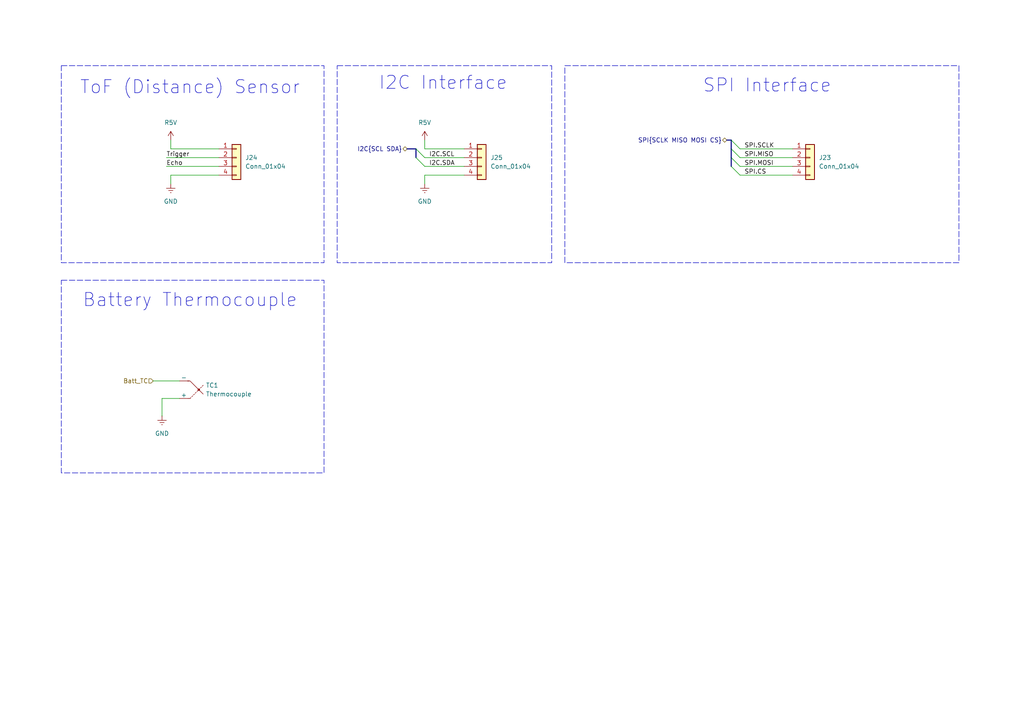
<source format=kicad_sch>
(kicad_sch (version 20231120) (generator "eeschema") (generator_version "8.0")
  (paper "A4")
  (title_block (title "MoP - Sensors") (rev "0") (comment 1 "Nigel Sinclair"))
  (lib_symbols
    (symbol "Connector_Generic:Conn_01x04" (pin_names (offset 1.016) hide)
      (property "Reference" "J" (at 0 5.08 0))
      (property "Value" "Conn_01x04" (at 0 -7.62 0))
      (symbol "Conn_01x04_1_1"
        (rectangle (start -1.27 -4.953) (end 0 -5.207) (stroke (width 0.1524)))
        (rectangle (start -1.27 -2.413) (end 0 -2.667) (stroke (width 0.1524)))
        (rectangle (start -1.27 0.127) (end 0 -0.127) (stroke (width 0.1524)))
        (rectangle (start -1.27 2.667) (end 0 2.413) (stroke (width 0.1524)))
        (rectangle (start -1.27 3.81) (end 1.27 -6.35) (stroke (width 0.254)) (fill (type background)))
        (pin passive line (at -5.08 2.54 0) (length 3.81) (name "Pin_1") (number "1"))
        (pin passive line (at -5.08 0 0) (length 3.81) (name "Pin_2") (number "2"))
        (pin passive line (at -5.08 -2.54 0) (length 3.81) (name "Pin_3") (number "3"))
        (pin passive line (at -5.08 -5.08 0) (length 3.81) (name "Pin_4") (number "4"))
      )
    )
    (symbol "Device:Thermocouple" (pin_numbers hide) (pin_names (offset 0))
      (property "Reference" "TC" (at -3.048 3.81 0))
      (property "Value" "Thermocouple" (at -5.08 -4.064 0))
      (symbol "Thermocouple_0_1"
        (circle (center -3.048 0) (radius 0.254) (fill (type outline)))
        (polyline (pts (xy -4.064 -1.016) (xy -4.318 -1.27)))
        (polyline (pts (xy -3.556 -0.508) (xy -3.81 -0.762)))
        (polyline (pts (xy -3.048 0) (xy -3.302 -0.254)))
        (polyline (pts (xy -2.54 0.508) (xy -2.794 0.254)))
        (polyline (pts (xy -2.032 1.016) (xy -2.286 0.762)))
        (polyline (pts (xy -1.524 1.524) (xy -1.778 1.27)))
        (polyline (pts (xy -1.016 2.032) (xy -1.27 1.778)))
        (polyline (pts (xy -0.508 2.54) (xy -0.762 2.286)))
        (polyline (pts (xy 0 -2.54) (xy -0.254 -2.54)))
        (polyline (pts (xy 0 2.54) (xy -0.508 2.54)))
        (polyline (pts (xy 0.254 -2.54) (xy -0.508 -2.54) (xy -4.318 1.27)))
      )
      (symbol "Thermocouple_1_1"
        (pin passive line (at 2.54 2.54 180) (length 2.54) (name "+") (number "1"))
        (pin passive line (at 2.54 -2.54 180) (length 2.54) (name "-") (number "2"))
      )
    )
    (symbol "Nigels_Library:R5V" (power) (pin_numbers hide) (pin_names (offset 0) hide)
      (property "Value" "R5V" (at 0 5.08 0))
      (symbol "R5V_0_1"
        (polyline (pts (xy -0.762 1.27) (xy 0 2.54)))
        (polyline (pts (xy 0 0) (xy 0 2.54)))
        (polyline (pts (xy 0 2.54) (xy 0.762 1.27)))
      )
      (symbol "R5V_1_1"
        (pin power_in line (at 0 0 90) (length 0) (name "~") (number "1"))
      )
    )
    (symbol "power:GNDREF" (power) (pin_numbers hide) (pin_names (offset 0) hide)
      (property "Value" "GNDREF" (at 0 -3.81 0))
      (symbol "GNDREF_0_1"
        (polyline (pts (xy -0.635 -1.905) (xy 0.635 -1.905)))
        (polyline (pts (xy -0.127 -2.54) (xy 0.127 -2.54)))
        (polyline (pts (xy 0 -1.27) (xy 0 0)))
        (polyline (pts (xy 1.27 -1.27) (xy -1.27 -1.27)))
      )
      (symbol "GNDREF_1_1"
        (pin power_in line (at 0 0 270) (length 0) (name "~") (number "1"))
      )
    )
  )
  (bus_entry (at 120.65 45.72) (size 2.54 2.54))
  (bus_entry (at 212.09 40.64) (size 2.54 2.54))
  (bus_entry (at 120.65 43.18) (size 2.54 2.54))
  (bus_entry (at 212.09 48.26) (size 2.54 2.54))
  (bus_entry (at 212.09 45.72) (size 2.54 2.54))
  (bus_entry (at 212.09 43.18) (size 2.54 2.54))
  (wire (pts (xy 214.63 48.26) (xy 229.87 48.26)))
  (wire (pts (xy 48.26 45.72) (xy 63.5 45.72)))
  (bus (pts (xy 120.65 43.18) (xy 120.65 45.72)))
  (wire (pts (xy 123.19 53.34) (xy 123.19 50.8)))
  (wire (pts (xy 123.19 48.26) (xy 134.62 48.26)))
  (bus (pts (xy 210.82 40.64) (xy 212.09 40.64)))
  (wire (pts (xy 49.53 50.8) (xy 63.5 50.8)))
  (bus (pts (xy 212.09 45.72) (xy 212.09 48.26)))
  (wire (pts (xy 123.19 43.18) (xy 134.62 43.18)))
  (wire (pts (xy 214.63 45.72) (xy 229.87 45.72)))
  (wire (pts (xy 49.53 53.34) (xy 49.53 50.8)))
  (wire (pts (xy 46.99 115.57) (xy 46.99 120.65)))
  (wire (pts (xy 214.63 50.8) (xy 229.87 50.8)))
  (wire (pts (xy 49.53 43.18) (xy 63.5 43.18)))
  (wire (pts (xy 123.19 50.8) (xy 134.62 50.8)))
  (wire (pts (xy 44.45 110.49) (xy 52.07 110.49)))
  (bus (pts (xy 118.11 43.18) (xy 120.65 43.18)))
  (wire (pts (xy 123.19 45.72) (xy 134.62 45.72)))
  (wire (pts (xy 214.63 43.18) (xy 229.87 43.18)))
  (wire (pts (xy 52.07 115.57) (xy 46.99 115.57)))
  (bus (pts (xy 212.09 43.18) (xy 212.09 45.72)))
  (wire (pts (xy 49.53 40.64) (xy 49.53 43.18)))
  (bus (pts (xy 212.09 40.64) (xy 212.09 43.18)))
  (wire (pts (xy 123.19 40.64) (xy 123.19 43.18)))
  (wire (pts (xy 48.26 48.26) (xy 63.5 48.26)))
  (rectangle (start 97.79 19.05) (end 160.02 76.2) (stroke (width 0) (type dash)))
  (rectangle (start 17.78 19.05) (end 93.98 76.2) (stroke (width 0) (type dash)))
  (rectangle (start 163.83 19.05) (end 278.13 76.2) (stroke (width 0) (type dash)))
  (rectangle (start 17.78 81.28) (end 93.98 137.16) (stroke (width 0) (type dash)))
  (text "ToF (Distance) Sensor" (at 55.118 25.4 0) (effects (font (size 3.8 3.8))))
  (text "I2C Interface" (at 128.524 24.13 0) (effects (font (size 3.8 3.8))))
  (text "SPI Interface" (at 222.504 24.892 0) (effects (font (size 3.8 3.8))))
  (text "Battery Thermocouple" (at 55.118 87.122 0) (effects (font (size 3.8 3.8))))
  (label "Echo" (at 48.26 48.26 0))
  (label "Trigger" (at 48.26 45.72 0))
  (label "SPI.MISO" (at 215.9 45.72 0))
  (label "I2C.SCL" (at 124.46 45.72 0))
  (label "I2C.SDA" (at 124.46 48.26 0))
  (label "SPI.MOSI" (at 215.9 48.26 0))
  (label "SPI.CS" (at 215.9 50.8 0))
  (label "SPI.SCLK" (at 215.9 43.18 0))
  (hierarchical_label "SPI{SCLK MISO MOSI CS}" (shape bidirectional) (at 210.82 40.64 180))
  (hierarchical_label "I2C{SCL SDA}" (shape bidirectional) (at 118.11 43.18 180))
  (hierarchical_label "Batt_TC" (shape input) (at 44.45 110.49 180))
  (symbol (lib_id "Connector_Generic:Conn_01x04") (at 68.58 45.72 0) (unit 1)
    (property "Reference" "J24" (at 71.12 45.7199 0) (effects (justify left)))
    (property "Value" "Conn_01x04" (at 71.12 48.2599 0) (effects (justify left)))
    (property "Description" "Generic connector, single row, 01x04, script generated (kicad-library-utils/schlib/autogen/connector/)" (effects (hide yes)))
  )
  (symbol (lib_id "Connector_Generic:Conn_01x04") (at 139.7 45.72 0) (unit 1)
    (property "Reference" "J25" (at 142.24 45.7199 0) (effects (justify left)))
    (property "Value" "Conn_01x04" (at 142.24 48.2599 0) (effects (justify left)))
    (property "Description" "Generic connector, single row, 01x04, script generated (kicad-library-utils/schlib/autogen/connector/)" (effects (hide yes)))
  )
  (symbol (lib_id "Connector_Generic:Conn_01x04") (at 234.95 45.72 0) (unit 1)
    (property "Reference" "J23" (at 237.49 45.7199 0) (effects (justify left)))
    (property "Value" "Conn_01x04" (at 237.49 48.2599 0) (effects (justify left)))
    (property "Description" "Generic connector, single row, 01x04, script generated (kicad-library-utils/schlib/autogen/connector/)" (effects (hide yes)))
  )
  (symbol (lib_id "power:GNDREF") (at 49.53 53.34 0) (unit 1)
    (property "Reference" "#PWR041" (effects (hide yes)))
    (property "Value" "GND" (at 49.53 58.42 0))
    (property "Description" "Power symbol creates a global label with name \"GNDREF\" , reference supply ground" (effects (hide yes)))
  )
  (symbol (lib_id "Nigels_Library:R5V") (at 123.19 40.64 0) (unit 1)
    (property "Reference" "#PWR043" (effects (hide yes)))
    (property "Value" "R5V" (at 123.19 35.56 0))
    (property "Description" "Power symbol creates a global label with name \"R5V\"" (effects (hide yes)))
  )
  (symbol (lib_id "power:GNDREF") (at 46.99 120.65 0) (unit 1)
    (property "Reference" "#PWR045" (effects (hide yes)))
    (property "Value" "GND" (at 46.99 125.73 0))
    (property "Description" "Power symbol creates a global label with name \"GNDREF\" , reference supply ground" (effects (hide yes)))
  )
  (symbol (lib_id "Nigels_Library:R5V") (at 49.53 40.64 0) (unit 1)
    (property "Reference" "#PWR042" (effects (hide yes)))
    (property "Value" "R5V" (at 49.53 35.56 0))
    (property "Description" "Power symbol creates a global label with name \"R5V\"" (effects (hide yes)))
  )
  (symbol (lib_id "power:GNDREF") (at 123.19 53.34 0) (unit 1)
    (property "Reference" "#PWR044" (effects (hide yes)))
    (property "Value" "GND" (at 123.19 58.42 0))
    (property "Description" "Power symbol creates a global label with name \"GNDREF\" , reference supply ground" (effects (hide yes)))
  )
  (symbol (lib_id "Device:Thermocouple") (at 54.61 113.03 180) (unit 1)
    (property "Reference" "TC1" (at 59.69 111.7599 0) (effects (justify right)))
    (property "Value" "Thermocouple" (at 59.69 114.2999 0) (effects (justify right)))
    (property "Description" "Thermocouple" (effects (hide yes)))
  )
)
</source>
